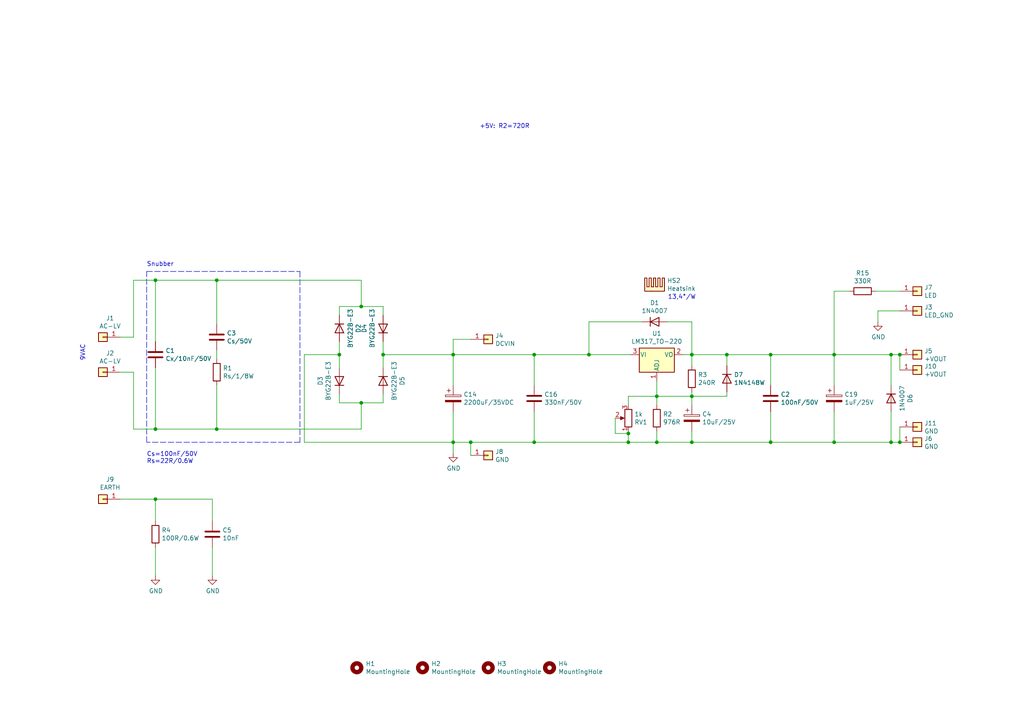
<source format=kicad_sch>
(kicad_sch (version 20211123) (generator eeschema)
  (paper "A4")
  (title_block (title "LV Simple Power Supply LM317") (date "2022-10-26") (rev "v2"))
  (lib_symbols
    (symbol "Connector_Generic:Conn_01x01" (pin_names (offset 1.016) hide)
      (property "Reference" "J" (at 0 2.54 0))
      (property "Value" "Conn_01x01" (at 0 -2.54 0))
      (symbol "Conn_01x01_1_1"
        (rectangle (start -1.27 0.127) (end 0 -0.127) (stroke (width 0.1524)))
        (rectangle (start -1.27 1.27) (end 1.27 -1.27) (stroke (width 0.254)) (fill (type background)))
        (pin passive line (at -5.08 0 0) (length 3.81) (name "Pin_1") (number "1"))
      )
    )
    (symbol "Device:C" (pin_numbers hide) (pin_names (offset 0.254))
      (property "Reference" "C" (at 0.635 2.54 0))
      (property "Value" "C" (at 0.635 -2.54 0))
      (symbol "C_0_1"
        (polyline (pts (xy -2.032 -0.762) (xy 2.032 -0.762)) (stroke (width 0.508)))
        (polyline (pts (xy -2.032 0.762) (xy 2.032 0.762)) (stroke (width 0.508)))
      )
      (symbol "C_1_1"
        (pin passive line (at 0 3.81 270) (length 2.794) (name "~") (number "1"))
        (pin passive line (at 0 -3.81 90) (length 2.794) (name "~") (number "2"))
      )
    )
    (symbol "Device:C_Polarized" (pin_numbers hide) (pin_names (offset 0.254))
      (property "Reference" "C" (at 0.635 2.54 0))
      (property "Value" "C_Polarized" (at 0.635 -2.54 0))
      (symbol "C_Polarized_0_1"
        (rectangle (start -2.286 0.508) (end 2.286 1.016))
        (polyline (pts (xy -1.778 2.286) (xy -0.762 2.286)))
        (polyline (pts (xy -1.27 2.794) (xy -1.27 1.778)))
        (rectangle (start 2.286 -0.508) (end -2.286 -1.016) (fill (type outline)))
      )
      (symbol "C_Polarized_1_1"
        (pin passive line (at 0 3.81 270) (length 2.794) (name "~") (number "1"))
        (pin passive line (at 0 -3.81 90) (length 2.794) (name "~") (number "2"))
      )
    )
    (symbol "Device:D" (pin_numbers hide) (pin_names (offset 1.016) hide)
      (property "Reference" "D" (at 0 2.54 0))
      (property "Value" "D" (at 0 -2.54 0))
      (symbol "D_0_1"
        (polyline (pts (xy -1.27 1.27) (xy -1.27 -1.27)) (stroke (width 0.254)))
        (polyline (pts (xy 1.27 0) (xy -1.27 0)))
        (polyline (pts (xy 1.27 1.27) (xy 1.27 -1.27) (xy -1.27 0) (xy 1.27 1.27)) (stroke (width 0.254)))
      )
      (symbol "D_1_1"
        (pin passive line (at -3.81 0 0) (length 2.54) (name "K") (number "1"))
        (pin passive line (at 3.81 0 180) (length 2.54) (name "A") (number "2"))
      )
    )
    (symbol "Device:R" (pin_numbers hide) (pin_names (offset 0))
      (property "Reference" "R" (at 2.032 0 90))
      (property "Value" "R" (at 0 0 90))
      (symbol "R_0_1"
        (rectangle (start -1.016 -2.54) (end 1.016 2.54) (stroke (width 0.254)))
      )
      (symbol "R_1_1"
        (pin passive line (at 0 3.81 270) (length 1.27) (name "~") (number "1"))
        (pin passive line (at 0 -3.81 90) (length 1.27) (name "~") (number "2"))
      )
    )
    (symbol "Device:R_Potentiometer" (pin_names (offset 1.016) hide)
      (property "Reference" "RV" (at -4.445 0 90))
      (property "Value" "R_Potentiometer" (at -2.54 0 90))
      (symbol "R_Potentiometer_0_1"
        (polyline (pts (xy 2.54 0) (xy 1.524 0)))
        (polyline (pts (xy 1.143 0) (xy 2.286 0.508) (xy 2.286 -0.508) (xy 1.143 0)) (fill (type outline)))
        (rectangle (start 1.016 2.54) (end -1.016 -2.54) (stroke (width 0.254)))
      )
      (symbol "R_Potentiometer_1_1"
        (pin passive line (at 0 3.81 270) (length 1.27) (name "1") (number "1"))
        (pin passive line (at 3.81 0 180) (length 1.27) (name "2") (number "2"))
        (pin passive line (at 0 -3.81 90) (length 1.27) (name "3") (number "3"))
      )
    )
    (symbol "Diode:1N4007" (pin_numbers hide) (pin_names (offset 1.016) hide)
      (property "Reference" "D" (at 0 2.54 0))
      (property "Value" "1N4007" (at 0 -2.54 0))
      (symbol "1N4007_0_1"
        (polyline (pts (xy -1.27 1.27) (xy -1.27 -1.27)) (stroke (width 0.254)))
        (polyline (pts (xy 1.27 0) (xy -1.27 0)))
        (polyline (pts (xy 1.27 1.27) (xy 1.27 -1.27) (xy -1.27 0) (xy 1.27 1.27)) (stroke (width 0.254)))
      )
      (symbol "1N4007_1_1"
        (pin passive line (at -3.81 0 0) (length 2.54) (name "K") (number "1"))
        (pin passive line (at 3.81 0 180) (length 2.54) (name "A") (number "2"))
      )
    )
    (symbol "Mechanical:Heatsink" (pin_names (offset 1.016))
      (property "Reference" "HS" (at 0 5.08 0))
      (property "Value" "Heatsink" (at 0 -1.27 0))
      (symbol "Heatsink_0_1"
        (polyline (pts (xy -0.3302 1.27) (xy -0.9652 1.27) (xy -0.9652 3.81) (xy -1.6002 3.81) (xy -1.6002 1.27) (xy -2.2352 1.27) (xy -2.2352 3.81) (xy -2.8702 3.81) (xy -2.8702 0) (xy -0.9652 0)) (stroke (width 0.254)) (fill (type background)))
        (polyline (pts (xy -0.3302 1.27) (xy -0.3302 3.81) (xy 0.3048 3.81) (xy 0.3048 1.27) (xy 0.9398 1.27) (xy 0.9398 3.81) (xy 1.5748 3.81) (xy 1.5748 1.27) (xy 2.2098 1.27) (xy 2.2098 3.81) (xy 2.8448 3.81) (xy 2.8448 0) (xy -0.9652 0)) (stroke (width 0.254)) (fill (type background)))
      )
    )
    (symbol "Mechanical:MountingHole" (pin_names (offset 1.016))
      (property "Reference" "H" (at 0 5.08 0))
      (property "Value" "MountingHole" (at 0 3.175 0))
      (symbol "MountingHole_0_1"
        (circle (center 0 0) (radius 1.27) (stroke (width 1.27)))
      )
    )
    (symbol "Regulator_Linear:LM317_TO-220" (pin_names (offset 0.254))
      (property "Reference" "U" (at -3.81 3.175 0))
      (property "Value" "LM317_TO-220" (at 0 3.175 0))
      (symbol "LM317_TO-220_0_1"
        (rectangle (start -5.08 1.905) (end 5.08 -5.08) (stroke (width 0.254)) (fill (type background)))
      )
      (symbol "LM317_TO-220_1_1"
        (pin input line (at 0 -7.62 90) (length 2.54) (name "ADJ") (number "1"))
        (pin power_out line (at 7.62 0 180) (length 2.54) (name "VO") (number "2"))
        (pin power_in line (at -7.62 0 0) (length 2.54) (name "VI") (number "3"))
      )
    )
    (symbol "power:GND" (power) (pin_names (offset 0))
      (property "Value" "GND" (at 0 -3.81 0))
      (symbol "GND_0_1"
        (polyline (pts (xy 0 0) (xy 0 -1.27) (xy 1.27 -1.27) (xy 0 -2.54) (xy -1.27 -1.27) (xy 0 -1.27)))
      )
      (symbol "GND_1_1"
        (pin power_in line (at 0 0 270) (length 0) hide (name "GND") (number "1"))
      )
    )
  )
  (junction (at 200.66 114.935))
  (junction (at 154.94 128.27))
  (junction (at 200.66 102.87))
  (junction (at 190.5 128.27))
  (junction (at 170.815 102.87))
  (junction (at 62.865 124.46))
  (junction (at 260.985 102.87))
  (junction (at 241.935 128.27))
  (junction (at 104.775 116.84))
  (junction (at 182.245 128.27))
  (junction (at 131.445 102.87))
  (junction (at 136.525 128.27))
  (junction (at 210.82 102.87))
  (junction (at 190.5 114.935))
  (junction (at 62.865 81.28))
  (junction (at 258.445 102.87))
  (junction (at 258.445 128.27))
  (junction (at 260.985 128.27))
  (junction (at 223.52 102.87))
  (junction (at 200.66 128.27))
  (junction (at 45.085 124.46))
  (junction (at 131.445 128.27))
  (junction (at 154.94 102.87))
  (junction (at 45.085 144.78))
  (junction (at 182.245 125.73))
  (junction (at 104.775 88.9))
  (junction (at 111.125 102.87))
  (junction (at 223.52 128.27))
  (junction (at 45.085 81.28))
  (junction (at 241.935 102.87))
  (junction (at 98.425 102.87))
  (wire (pts (xy 200.66 102.87) (xy 200.66 106.045)))
  (wire (pts (xy 104.775 124.46) (xy 104.775 116.84)))
  (wire (pts (xy 98.425 88.9) (xy 104.775 88.9)))
  (polyline (pts (xy 42.545 128.27) (xy 42.545 78.74)))
  (wire (pts (xy 241.935 84.455) (xy 241.935 102.87)))
  (wire (pts (xy 131.445 128.27) (xy 131.445 119.38)))
  (wire (pts (xy 170.815 102.87) (xy 182.88 102.87)))
  (wire (pts (xy 98.425 99.06) (xy 98.425 102.87)))
  (wire (pts (xy 241.935 119.38) (xy 241.935 128.27)))
  (wire (pts (xy 260.985 123.825) (xy 260.985 128.27)))
  (wire (pts (xy 38.735 124.46) (xy 45.085 124.46)))
  (wire (pts (xy 34.925 107.95) (xy 38.735 107.95)))
  (wire (pts (xy 136.525 128.27) (xy 136.525 132.08)))
  (wire (pts (xy 182.245 128.27) (xy 190.5 128.27)))
  (wire (pts (xy 258.445 119.38) (xy 258.445 128.27)))
  (wire (pts (xy 182.245 114.935) (xy 190.5 114.935)))
  (wire (pts (xy 62.865 101.6) (xy 62.865 104.14)))
  (wire (pts (xy 88.265 128.27) (xy 88.265 102.87)))
  (wire (pts (xy 200.66 93.345) (xy 200.66 102.87)))
  (wire (pts (xy 131.445 111.76) (xy 131.445 102.87)))
  (wire (pts (xy 254.635 90.17) (xy 254.635 93.345)))
  (wire (pts (xy 182.245 117.475) (xy 182.245 114.935)))
  (wire (pts (xy 38.735 81.28) (xy 45.085 81.28)))
  (wire (pts (xy 260.985 128.27) (xy 258.445 128.27)))
  (wire (pts (xy 241.935 102.87) (xy 258.445 102.87)))
  (wire (pts (xy 210.82 102.87) (xy 223.52 102.87)))
  (wire (pts (xy 154.94 102.87) (xy 154.94 111.76)))
  (wire (pts (xy 223.52 119.38) (xy 223.52 128.27)))
  (wire (pts (xy 104.775 88.9) (xy 111.125 88.9)))
  (wire (pts (xy 223.52 102.87) (xy 241.935 102.87)))
  (wire (pts (xy 61.595 144.78) (xy 45.085 144.78)))
  (wire (pts (xy 131.445 128.27) (xy 136.525 128.27)))
  (wire (pts (xy 178.435 121.285) (xy 178.435 125.73)))
  (wire (pts (xy 178.435 125.73) (xy 182.245 125.73)))
  (wire (pts (xy 131.445 128.27) (xy 88.265 128.27)))
  (wire (pts (xy 61.595 158.75) (xy 61.595 167.005)))
  (wire (pts (xy 34.925 97.79) (xy 38.735 97.79)))
  (wire (pts (xy 111.125 88.9) (xy 111.125 91.44)))
  (wire (pts (xy 61.595 151.13) (xy 61.595 144.78)))
  (wire (pts (xy 154.94 128.27) (xy 182.245 128.27)))
  (wire (pts (xy 45.085 144.78) (xy 34.925 144.78)))
  (wire (pts (xy 190.5 110.49) (xy 190.5 114.935)))
  (wire (pts (xy 241.935 128.27) (xy 258.445 128.27)))
  (wire (pts (xy 62.865 111.76) (xy 62.865 124.46)))
  (wire (pts (xy 45.085 124.46) (xy 45.085 106.68)))
  (wire (pts (xy 154.94 119.38) (xy 154.94 128.27)))
  (wire (pts (xy 111.125 102.87) (xy 131.445 102.87)))
  (wire (pts (xy 104.775 81.28) (xy 104.775 88.9)))
  (wire (pts (xy 62.865 81.28) (xy 45.085 81.28)))
  (wire (pts (xy 190.5 125.095) (xy 190.5 128.27)))
  (wire (pts (xy 198.12 102.87) (xy 200.66 102.87)))
  (wire (pts (xy 111.125 102.87) (xy 111.125 106.68)))
  (wire (pts (xy 136.525 98.425) (xy 131.445 98.425)))
  (wire (pts (xy 186.055 93.345) (xy 170.815 93.345)))
  (wire (pts (xy 45.085 151.13) (xy 45.085 144.78)))
  (wire (pts (xy 131.445 98.425) (xy 131.445 102.87)))
  (wire (pts (xy 210.82 102.87) (xy 210.82 106.045)))
  (wire (pts (xy 241.935 102.87) (xy 241.935 111.76)))
  (wire (pts (xy 170.815 93.345) (xy 170.815 102.87)))
  (wire (pts (xy 200.66 114.935) (xy 200.66 117.475)))
  (wire (pts (xy 62.865 124.46) (xy 45.085 124.46)))
  (wire (pts (xy 182.245 125.095) (xy 182.245 125.73)))
  (wire (pts (xy 200.66 113.665) (xy 200.66 114.935)))
  (wire (pts (xy 88.265 102.87) (xy 98.425 102.87)))
  (wire (pts (xy 254 84.455) (xy 260.985 84.455)))
  (wire (pts (xy 131.445 128.27) (xy 131.445 131.445)))
  (wire (pts (xy 62.865 93.98) (xy 62.865 81.28)))
  (wire (pts (xy 98.425 102.87) (xy 98.425 106.68)))
  (wire (pts (xy 38.735 97.79) (xy 38.735 81.28)))
  (wire (pts (xy 136.525 128.27) (xy 154.94 128.27)))
  (wire (pts (xy 154.94 102.87) (xy 170.815 102.87)))
  (wire (pts (xy 111.125 99.06) (xy 111.125 102.87)))
  (wire (pts (xy 98.425 116.84) (xy 98.425 114.3)))
  (wire (pts (xy 38.735 107.95) (xy 38.735 124.46)))
  (wire (pts (xy 200.66 125.095) (xy 200.66 128.27)))
  (wire (pts (xy 62.865 124.46) (xy 104.775 124.46)))
  (polyline (pts (xy 86.995 128.27) (xy 42.545 128.27)))
  (polyline (pts (xy 86.995 78.74) (xy 86.995 128.27)))
  (wire (pts (xy 190.5 117.475) (xy 190.5 114.935)))
  (wire (pts (xy 104.775 81.28) (xy 62.865 81.28)))
  (wire (pts (xy 45.085 158.75) (xy 45.085 167.005)))
  (wire (pts (xy 190.5 114.935) (xy 200.66 114.935)))
  (wire (pts (xy 98.425 88.9) (xy 98.425 91.44)))
  (wire (pts (xy 45.085 81.28) (xy 45.085 99.06)))
  (wire (pts (xy 258.445 102.87) (xy 260.985 102.87)))
  (wire (pts (xy 200.66 128.27) (xy 223.52 128.27)))
  (wire (pts (xy 131.445 102.87) (xy 154.94 102.87)))
  (wire (pts (xy 190.5 128.27) (xy 200.66 128.27)))
  (polyline (pts (xy 42.545 78.74) (xy 86.995 78.74)))
  (wire (pts (xy 246.38 84.455) (xy 241.935 84.455)))
  (wire (pts (xy 258.445 111.76) (xy 258.445 102.87)))
  (wire (pts (xy 104.775 116.84) (xy 111.125 116.84)))
  (wire (pts (xy 223.52 128.27) (xy 241.935 128.27)))
  (wire (pts (xy 98.425 116.84) (xy 104.775 116.84)))
  (wire (pts (xy 260.985 102.87) (xy 260.985 107.315)))
  (wire (pts (xy 182.245 125.73) (xy 182.245 128.27)))
  (wire (pts (xy 210.82 114.935) (xy 200.66 114.935)))
  (wire (pts (xy 223.52 102.87) (xy 223.52 111.76)))
  (wire (pts (xy 111.125 114.3) (xy 111.125 116.84)))
  (wire (pts (xy 210.82 113.665) (xy 210.82 114.935)))
  (wire (pts (xy 193.675 93.345) (xy 200.66 93.345)))
  (wire (pts (xy 254.635 90.17) (xy 260.985 90.17)))
  (wire (pts (xy 200.66 102.87) (xy 210.82 102.87)))
  (text "Snubber" (at 42.545 77.47 0) (effects (font (size 1.27 1.27)) (justify left bottom)))
  (text "9VAC" (at 24.765 104.775 90) (effects (font (size 1.27 1.27)) (justify left bottom)))
  (text "13,4°/W" (at 193.675 86.995 0) (effects (font (size 1.27 1.27)) (justify left bottom)))
  (text "+5V: R2=720R" (at 139.065 37.465 0) (effects (font (size 1.27 1.27)) (justify left bottom)))
  (text "Cs=100nF/50V\nRs=22R/0.6W" (at 42.545 134.62 0) (effects (font (size 1.27 1.27)) (justify left bottom)))
  (symbol (lib_id "Mechanical:MountingHole") (at 122.555 193.675 0) (unit 1)
    (property "Reference" "H2" (at 125.095 192.5066 0) (effects (justify left)))
    (property "Value" "MountingHole" (at 125.095 194.818 0) (effects (justify left)))
    (property "Footprint" "MountingHole:MountingHole_3.2mm_M3" (effects hide))
  )
  (symbol (lib_id "Mechanical:MountingHole") (at 141.605 193.675 0) (unit 1)
    (property "Reference" "H3" (at 144.145 192.5066 0) (effects (justify left)))
    (property "Value" "MountingHole" (at 144.145 194.818 0) (effects (justify left)))
    (property "Footprint" "MountingHole:MountingHole_3.2mm_M3" (effects hide))
  )
  (symbol (lib_id "Mechanical:MountingHole") (at 103.505 193.675 0) (unit 1)
    (property "Reference" "H1" (at 106.045 192.5066 0) (effects (justify left)))
    (property "Value" "MountingHole" (at 106.045 194.818 0) (effects (justify left)))
    (property "Footprint" "MountingHole:MountingHole_3.2mm_M3" (effects hide))
  )
  (symbol (lib_id "Mechanical:MountingHole") (at 159.385 193.675 0) (unit 1)
    (property "Reference" "H4" (at 161.925 192.5066 0) (effects (justify left)))
    (property "Value" "MountingHole" (at 161.925 194.818 0) (effects (justify left)))
    (property "Footprint" "MountingHole:MountingHole_3.2mm_M3" (effects hide))
  )
  (symbol (lib_id "Device:C_Polarized") (at 131.445 115.57 0) (unit 1)
    (property "Reference" "C14" (at 134.4422 114.4016 0) (effects (justify left)))
    (property "Value" "2200uF/35VDC" (at 134.4422 116.713 0) (effects (justify left)))
    (property "Footprint" "Capacitor_THT:CP_Radial_D16.0mm_P7.50mm" (effects hide))
  )
  (symbol (lib_id "Device:C_Polarized") (at 241.935 115.57 0) (unit 1)
    (property "Reference" "C19" (at 244.9322 114.4016 0) (effects (justify left)))
    (property "Value" "1uF/25V" (at 244.9322 116.713 0) (effects (justify left)))
    (property "Footprint" "Capacitor_THT:CP_Radial_D5.0mm_P2.00mm" (effects hide))
  )
  (symbol (lib_id "Connector_Generic:Conn_01x01") (at 266.065 128.27 0) (unit 1)
    (property "Reference" "J6" (at 268.097 127.2032 0) (effects (justify left)))
    (property "Value" "GND" (at 268.097 129.5146 0) (effects (justify left)))
    (property "Footprint" "Connector_Pin:Pin_D1.3mm_L11.0mm" (effects hide))
  )
  (symbol (lib_id "Connector_Generic:Conn_01x01") (at 266.065 102.87 0) (unit 1)
    (property "Reference" "J5" (at 268.097 101.8032 0) (effects (justify left)))
    (property "Value" "+VOUT" (at 268.097 104.1146 0) (effects (justify left)))
    (property "Footprint" "Connector_Pin:Pin_D1.3mm_L11.0mm" (effects hide))
  )
  (symbol (lib_id "Device:C") (at 154.94 115.57 0) (unit 1)
    (property "Reference" "C16" (at 157.861 114.4016 0) (effects (justify left)))
    (property "Value" "330nF/50V" (at 157.861 116.713 0) (effects (justify left)))
    (property "Footprint" "Capacitor_SMD:C_0805_2012Metric_Pad1.18x1.45mm_HandSolder" (effects hide))
  )
  (symbol (lib_id "Device:R") (at 250.19 84.455 270) (unit 1)
    (property "Reference" "R15" (at 250.19 79.1972 90))
    (property "Value" "330R" (at 250.19 81.5086 90))
    (property "Footprint" "Resistor_SMD:R_0805_2012Metric_Pad1.20x1.40mm_HandSolder" (effects hide))
  )
  (symbol (lib_id "Connector_Generic:Conn_01x01") (at 266.065 84.455 0) (unit 1)
    (property "Reference" "J7" (at 268.097 83.3882 0) (effects (justify left)))
    (property "Value" "LED" (at 268.097 85.6996 0) (effects (justify left)))
    (property "Footprint" "Connector_Pin:Pin_D1.0mm_L10.0mm" (effects hide))
  )
  (symbol (lib_id "Mechanical:Heatsink") (at 189.865 84.455 0) (unit 1)
    (property "Reference" "HS2" (at 193.4718 81.3816 0) (effects (justify left)))
    (property "Value" "Heatsink" (at 193.4718 83.693 0) (effects (justify left)))
    (property "Footprint" "Heatsink:Heatsink_Fischer_SK104-STC-STIC_35x13mm_2xDrill2.5mm" (effects hide))
  )
  (symbol (lib_id "Device:D") (at 98.425 95.25 270) (unit 1)
    (property "Reference" "D2" (at 103.9368 95.25 0))
    (property "Value" "BYG22B-E3" (at 101.6254 95.25 0))
    (property "Footprint" "Diode_SMD:D_SMA_Handsoldering" (effects hide))
  )
  (symbol (lib_id "Device:D") (at 98.425 110.49 90) (unit 1)
    (property "Reference" "D3" (at 92.9132 110.49 0))
    (property "Value" "BYG22B-E3" (at 95.2246 110.49 0))
    (property "Footprint" "Diode_SMD:D_SMA_Handsoldering" (effects hide))
  )
  (symbol (lib_id "Device:D") (at 111.125 95.25 90) (unit 1)
    (property "Reference" "D4" (at 105.6132 95.25 0))
    (property "Value" "BYG22B-E3" (at 107.9246 95.25 0))
    (property "Footprint" "Diode_SMD:D_SMA_Handsoldering" (effects hide))
  )
  (symbol (lib_id "Device:D") (at 111.125 110.49 270) (unit 1)
    (property "Reference" "D5" (at 116.6368 110.49 0))
    (property "Value" "BYG22B-E3" (at 114.3254 110.49 0))
    (property "Footprint" "Diode_SMD:D_SMA_Handsoldering" (effects hide))
  )
  (symbol (lib_id "Connector_Generic:Conn_01x01") (at 29.845 97.79 0) (mirror y) (unit 1)
    (property "Reference" "J1" (at 31.9278 92.2782 0))
    (property "Value" "AC-LV" (at 31.9278 94.5896 0))
    (property "Footprint" "Connector_Pin:Pin_D1.3mm_L11.0mm" (effects hide))
  )
  (symbol (lib_id "Connector_Generic:Conn_01x01") (at 29.845 107.95 0) (mirror y) (unit 1)
    (property "Reference" "J2" (at 31.9278 102.4382 0))
    (property "Value" "AC-LV" (at 31.9278 104.7496 0))
    (property "Footprint" "Connector_Pin:Pin_D1.3mm_L11.0mm" (effects hide))
  )
  (symbol (lib_id "Device:C") (at 45.085 102.87 0) (unit 1)
    (property "Reference" "C1" (at 48.006 101.7016 0) (effects (justify left)))
    (property "Value" "Cx/10nF/50V" (at 48.006 104.013 0) (effects (justify left)))
    (property "Footprint" "Capacitor_SMD:C_0805_2012Metric_Pad1.18x1.45mm_HandSolder" (effects hide))
  )
  (symbol (lib_id "Device:C") (at 62.865 97.79 0) (unit 1)
    (property "Reference" "C3" (at 65.786 96.6216 0) (effects (justify left)))
    (property "Value" "Cs/50V" (at 65.786 98.933 0) (effects (justify left)))
    (property "Footprint" "Capacitor_SMD:C_0805_2012Metric_Pad1.18x1.45mm_HandSolder" (effects hide))
  )
  (symbol (lib_id "Device:R") (at 62.865 107.95 0) (unit 1)
    (property "Reference" "R1" (at 64.643 106.7816 0) (effects (justify left)))
    (property "Value" "Rs/1/8W" (at 64.643 109.093 0) (effects (justify left)))
    (property "Footprint" "Resistor_SMD:R_0805_2012Metric_Pad1.20x1.40mm_HandSolder" (effects hide))
  )
  (symbol (lib_id "Connector_Generic:Conn_01x01") (at 266.065 90.17 0) (unit 1)
    (property "Reference" "J3" (at 268.097 89.1032 0) (effects (justify left)))
    (property "Value" "LED_GND" (at 268.097 91.4146 0) (effects (justify left)))
    (property "Footprint" "Connector_Pin:Pin_D1.0mm_L10.0mm" (effects hide))
  )
  (symbol (lib_id "power:GND") (at 254.635 93.345 0) (unit 1)
    (property "Reference" "#PWR0101" (effects hide))
    (property "Value" "GND" (at 254.762 97.7392 0))
  )
  (symbol (lib_id "Regulator_Linear:LM317_TO-220") (at 190.5 102.87 0) (unit 1)
    (property "Reference" "U1" (at 190.5 96.7232 0))
    (property "Value" "LM317_TO-220" (at 190.5 99.0346 0))
    (property "Footprint" "Package_TO_SOT_THT:TO-220-3_Vertical" (effects hide))
    (property "Datasheet" "http://www.ti.com/lit/ds/symlink/lm317.pdf" (effects hide))
  )
  (symbol (lib_id "Connector_Generic:Conn_01x01") (at 141.605 132.08 0) (unit 1)
    (property "Reference" "J8" (at 143.637 131.0132 0) (effects (justify left)))
    (property "Value" "GND" (at 143.637 133.3246 0) (effects (justify left)))
    (property "Footprint" "Connector_Pin:Pin_D1.3mm_L11.0mm" (effects hide))
  )
  (symbol (lib_id "Connector_Generic:Conn_01x01") (at 266.065 107.315 0) (unit 1)
    (property "Reference" "J10" (at 268.097 106.2482 0) (effects (justify left)))
    (property "Value" "+VOUT" (at 268.097 108.5596 0) (effects (justify left)))
    (property "Footprint" "Connector_Pin:Pin_D1.0mm_L10.0mm" (effects hide))
  )
  (symbol (lib_id "Device:R") (at 190.5 121.285 0) (unit 1)
    (property "Reference" "R2" (at 192.278 120.1166 0) (effects (justify left)))
    (property "Value" "976R" (at 192.278 122.428 0) (effects (justify left)))
    (property "Footprint" "Resistor_SMD:R_0805_2012Metric_Pad1.20x1.40mm_HandSolder" (effects hide))
  )
  (symbol (lib_id "power:GND") (at 131.445 131.445 0) (unit 1)
    (property "Reference" "#PWR0102" (effects hide))
    (property "Value" "GND" (at 131.572 135.8392 0))
  )
  (symbol (lib_id "Device:C") (at 223.52 115.57 0) (unit 1)
    (property "Reference" "C2" (at 226.441 114.4016 0) (effects (justify left)))
    (property "Value" "100nF/50V" (at 226.441 116.713 0) (effects (justify left)))
    (property "Footprint" "Capacitor_SMD:C_0805_2012Metric_Pad1.18x1.45mm_HandSolder" (effects hide))
  )
  (symbol (lib_id "Connector_Generic:Conn_01x01") (at 29.845 144.78 180) (unit 1)
    (property "Reference" "J9" (at 31.9278 139.065 0))
    (property "Value" "EARTH" (at 31.9278 141.3764 0))
    (property "Footprint" "Connector_Pin:Pin_D1.3mm_L11.0mm" (effects hide))
  )
  (symbol (lib_id "Diode:1N4007") (at 258.445 115.57 270) (unit 1)
    (property "Reference" "D6" (at 263.9568 115.57 0))
    (property "Value" "1N4007" (at 261.6454 115.57 0))
    (property "Footprint" "Diode_SMD:D_SMA_Handsoldering" (effects hide))
    (property "Datasheet" "http://www.vishay.com/docs/88503/1n4001.pdf" (effects hide))
  )
  (symbol (lib_id "Device:R_Potentiometer") (at 182.245 121.285 180) (unit 1)
    (property "Reference" "RV1" (at 183.9976 122.4534 0) (effects (justify right)))
    (property "Value" "1k" (at 183.9976 120.142 0) (effects (justify right)))
    (property "Footprint" "Potentiometer_THT:Potentiometer_Bourns_3296W_Vertical" (effects hide))
  )
  (symbol (lib_id "power:GND") (at 61.595 167.005 0) (unit 1)
    (property "Reference" "#PWR0103" (effects hide))
    (property "Value" "GND" (at 61.722 171.3992 0))
  )
  (symbol (lib_id "power:GND") (at 45.085 167.005 0) (unit 1)
    (property "Reference" "#PWR0104" (effects hide))
    (property "Value" "GND" (at 45.212 171.3992 0))
  )
  (symbol (lib_id "Connector_Generic:Conn_01x01") (at 266.065 123.825 0) (unit 1)
    (property "Reference" "J11" (at 268.097 122.7582 0) (effects (justify left)))
    (property "Value" "GND" (at 268.097 125.0696 0) (effects (justify left)))
    (property "Footprint" "Connector_Pin:Pin_D1.0mm_L10.0mm" (effects hide))
  )
  (symbol (lib_id "Device:C") (at 61.595 154.94 0) (unit 1)
    (property "Reference" "C5" (at 64.516 153.7716 0) (effects (justify left)))
    (property "Value" "10nF" (at 64.516 156.083 0) (effects (justify left)))
    (property "Footprint" "Capacitor_THT:C_Rect_L7.2mm_W2.5mm_P5.00mm_FKS2_FKP2_MKS2_MKP2" (effects hide))
  )
  (symbol (lib_id "Diode:1N4007") (at 189.865 93.345 0) (unit 1)
    (property "Reference" "D1" (at 189.865 87.8332 0))
    (property "Value" "1N4007" (at 189.865 90.1446 0))
    (property "Footprint" "Diode_SMD:D_SMA_Handsoldering" (effects hide))
    (property "Datasheet" "http://www.vishay.com/docs/88503/1n4001.pdf" (effects hide))
  )
  (symbol (lib_id "Diode:1N4007") (at 210.82 109.855 270) (unit 1)
    (property "Reference" "D7" (at 212.852 108.6866 90) (effects (justify left)))
    (property "Value" "1N4148W" (at 212.852 110.998 90) (effects (justify left)))
    (property "Footprint" "Diode_SMD:D_SOD-123" (effects hide))
    (property "Datasheet" "http://www.vishay.com/docs/88503/1n4001.pdf" (effects hide))
  )
  (symbol (lib_id "Connector_Generic:Conn_01x01") (at 141.605 98.425 0) (unit 1)
    (property "Reference" "J4" (at 143.637 97.3582 0) (effects (justify left)))
    (property "Value" "DCVIN" (at 143.637 99.6696 0) (effects (justify left)))
    (property "Footprint" "Connector_Pin:Pin_D1.3mm_L11.0mm" (effects hide))
  )
  (symbol (lib_id "Device:R") (at 45.085 154.94 180) (unit 1)
    (property "Reference" "R4" (at 46.863 153.7716 0) (effects (justify right)))
    (property "Value" "100R/0.6W" (at 46.863 156.083 0) (effects (justify right)))
    (property "Footprint" "Resistor_THT:R_Axial_DIN0207_L6.3mm_D2.5mm_P10.16mm_Horizontal" (effects hide))
  )
  (symbol (lib_id "Device:R") (at 200.66 109.855 0) (unit 1)
    (property "Reference" "R3" (at 202.438 108.6866 0) (effects (justify left)))
    (property "Value" "240R" (at 202.438 110.998 0) (effects (justify left)))
    (property "Footprint" "Resistor_SMD:R_0805_2012Metric_Pad1.20x1.40mm_HandSolder" (effects hide))
  )
  (symbol (lib_id "Device:C_Polarized") (at 200.66 121.285 0) (unit 1)
    (property "Reference" "C4" (at 203.6572 120.1166 0) (effects (justify left)))
    (property "Value" "10uF/25V" (at 203.6572 122.428 0) (effects (justify left)))
    (property "Footprint" "Capacitor_THT:CP_Radial_D5.0mm_P2.00mm" (effects hide))
  )
)
</source>
